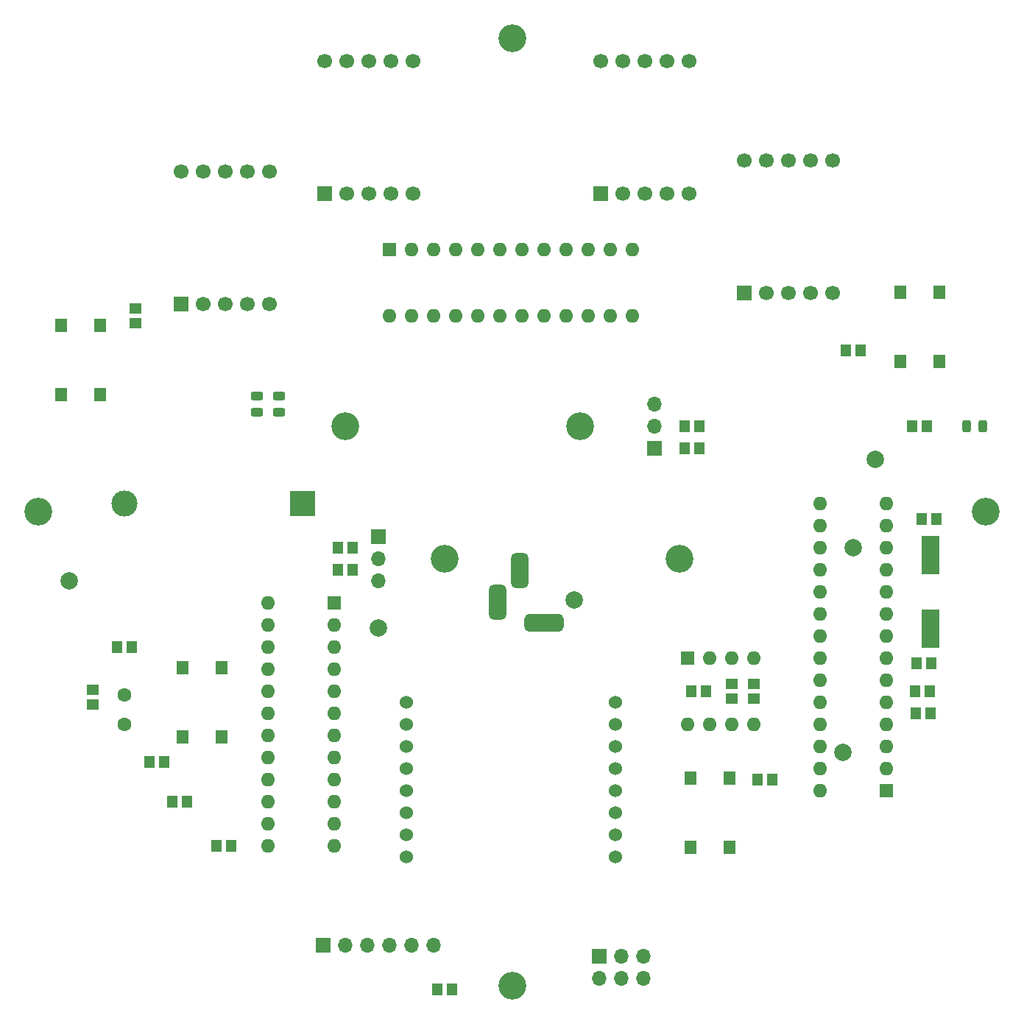
<source format=gbr>
%TF.GenerationSoftware,KiCad,Pcbnew,(6.0.5-0)*%
%TF.CreationDate,2022-07-19T01:27:06-07:00*%
%TF.ProjectId,clock_design,636c6f63-6b5f-4646-9573-69676e2e6b69,rev?*%
%TF.SameCoordinates,PX56c8cc0PY97a25c0*%
%TF.FileFunction,Soldermask,Top*%
%TF.FilePolarity,Negative*%
%FSLAX46Y46*%
G04 Gerber Fmt 4.6, Leading zero omitted, Abs format (unit mm)*
G04 Created by KiCad (PCBNEW (6.0.5-0)) date 2022-07-19 01:27:06*
%MOMM*%
%LPD*%
G01*
G04 APERTURE LIST*
G04 Aperture macros list*
%AMRoundRect*
0 Rectangle with rounded corners*
0 $1 Rounding radius*
0 $2 $3 $4 $5 $6 $7 $8 $9 X,Y pos of 4 corners*
0 Add a 4 corners polygon primitive as box body*
4,1,4,$2,$3,$4,$5,$6,$7,$8,$9,$2,$3,0*
0 Add four circle primitives for the rounded corners*
1,1,$1+$1,$2,$3*
1,1,$1+$1,$4,$5*
1,1,$1+$1,$6,$7*
1,1,$1+$1,$8,$9*
0 Add four rect primitives between the rounded corners*
20,1,$1+$1,$2,$3,$4,$5,0*
20,1,$1+$1,$4,$5,$6,$7,0*
20,1,$1+$1,$6,$7,$8,$9,0*
20,1,$1+$1,$8,$9,$2,$3,0*%
G04 Aperture macros list end*
%ADD10C,2.000000*%
%ADD11C,1.524000*%
%ADD12R,1.400000X1.600000*%
%ADD13R,1.700000X1.700000*%
%ADD14C,1.700000*%
%ADD15C,3.200000*%
%ADD16R,1.150000X1.400000*%
%ADD17R,1.400000X1.150000*%
%ADD18R,2.000000X4.500000*%
%ADD19RoundRect,0.243750X0.456250X-0.243750X0.456250X0.243750X-0.456250X0.243750X-0.456250X-0.243750X0*%
%ADD20RoundRect,0.243750X0.243750X0.456250X-0.243750X0.456250X-0.243750X-0.456250X0.243750X-0.456250X0*%
%ADD21O,1.700000X1.700000*%
%ADD22R,1.600000X1.600000*%
%ADD23O,1.600000X1.600000*%
%ADD24RoundRect,0.500000X-1.750000X-0.500000X1.750000X-0.500000X1.750000X0.500000X-1.750000X0.500000X0*%
%ADD25RoundRect,0.500000X0.500000X-1.500000X0.500000X1.500000X-0.500000X1.500000X-0.500000X-1.500000X0*%
%ADD26C,1.600000*%
%ADD27R,3.000000X3.000000*%
%ADD28C,3.000000*%
G04 APERTURE END LIST*
D10*
%TO.C,TP25*%
X97039527Y31346340D03*
%TD*%
%TO.C,TP24*%
X8060000Y51050000D03*
%TD*%
%TO.C,TP23*%
X43637154Y45628795D03*
%TD*%
%TO.C,TP22*%
X66113470Y48898535D03*
%TD*%
D11*
%TO.C,D3*%
X70860000Y19300000D03*
X70860000Y21840000D03*
X70860000Y24380000D03*
X70860000Y26920000D03*
X70860000Y29460000D03*
X70860000Y32000000D03*
X70860000Y34540000D03*
X70860000Y37080000D03*
X46860000Y37080000D03*
X46860000Y34540000D03*
X46860000Y32000000D03*
X46860000Y29460000D03*
X46860000Y26920000D03*
X46860000Y24380000D03*
X46860000Y21840000D03*
X46860000Y19300000D03*
%TD*%
D12*
%TO.C,SW2*%
X11580000Y80450000D03*
X11580000Y72450000D03*
X7080000Y80450000D03*
X7080000Y72450000D03*
%TD*%
D13*
%TO.C,U6*%
X20887000Y82927000D03*
D14*
X23427000Y82927000D03*
X25967000Y82927000D03*
X28507000Y82927000D03*
X31047000Y82927000D03*
X31047000Y98167000D03*
X28507000Y98167000D03*
X25967000Y98167000D03*
X23427000Y98167000D03*
X20887000Y98167000D03*
%TD*%
D15*
%TO.C,H4*%
X4500000Y59000000D03*
%TD*%
D13*
%TO.C,U8*%
X37397000Y95627000D03*
D14*
X39937000Y95627000D03*
X42477000Y95627000D03*
X45017000Y95627000D03*
X47557000Y95627000D03*
X47557000Y110867000D03*
X45017000Y110867000D03*
X42477000Y110867000D03*
X39937000Y110867000D03*
X37397000Y110867000D03*
%TD*%
D16*
%TO.C,C3*%
X105449246Y35810000D03*
X107149246Y35810000D03*
%TD*%
%TO.C,R21*%
X24990000Y20570000D03*
X26690000Y20570000D03*
%TD*%
D10*
%TO.C,TP2*%
X100770000Y65020000D03*
%TD*%
D17*
%TO.C,C12*%
X10723598Y36832927D03*
X10723598Y38532927D03*
%TD*%
D15*
%TO.C,H7*%
X66830000Y68830000D03*
%TD*%
D18*
%TO.C,Y1*%
X107120000Y54030000D03*
X107120000Y45530000D03*
%TD*%
D16*
%TO.C,C7*%
X107775970Y58186564D03*
X106075970Y58186564D03*
%TD*%
D19*
%TO.C,D1*%
X29650000Y70432500D03*
X29650000Y72307500D03*
%TD*%
D17*
%TO.C,R10*%
X84260000Y39200000D03*
X84260000Y37500000D03*
%TD*%
D16*
%TO.C,C6*%
X107188703Y41547341D03*
X105488703Y41547341D03*
%TD*%
%TO.C,R18*%
X19910000Y25650000D03*
X21610000Y25650000D03*
%TD*%
D15*
%TO.C,H5*%
X39830000Y68830000D03*
%TD*%
D16*
%TO.C,R5*%
X18945914Y30197969D03*
X17245914Y30197969D03*
%TD*%
D15*
%TO.C,H6*%
X51230000Y53590000D03*
%TD*%
D16*
%TO.C,C2*%
X105336468Y38350000D03*
X107036468Y38350000D03*
%TD*%
D12*
%TO.C,SW5*%
X79470000Y20380000D03*
X79470000Y28380000D03*
X83970000Y20380000D03*
X83970000Y28380000D03*
%TD*%
D16*
%TO.C,R13*%
X13560000Y43430000D03*
X15260000Y43430000D03*
%TD*%
D15*
%TO.C,H2*%
X113500000Y59000000D03*
%TD*%
D17*
%TO.C,R12*%
X15680000Y82380000D03*
X15680000Y80680000D03*
%TD*%
D20*
%TO.C,D4*%
X113137500Y68830000D03*
X111262500Y68830000D03*
%TD*%
D15*
%TO.C,H3*%
X59000000Y4500000D03*
%TD*%
D16*
%TO.C,R20*%
X99080000Y77594340D03*
X97380000Y77594340D03*
%TD*%
%TO.C,R15*%
X88920000Y28190000D03*
X87220000Y28190000D03*
%TD*%
D13*
%TO.C,J3*%
X75370000Y66305000D03*
D21*
X75370000Y68845000D03*
X75370000Y71385000D03*
%TD*%
D22*
%TO.C,U1*%
X102030000Y26930000D03*
D23*
X102030000Y29470000D03*
X102030000Y32010000D03*
X102030000Y34550000D03*
X102030000Y37090000D03*
X102030000Y39630000D03*
X102030000Y42170000D03*
X102030000Y44710000D03*
X102030000Y47250000D03*
X102030000Y49790000D03*
X102030000Y52330000D03*
X102030000Y54870000D03*
X102030000Y57410000D03*
X102030000Y59950000D03*
X94410000Y59950000D03*
X94410000Y57410000D03*
X94410000Y54870000D03*
X94410000Y52330000D03*
X94410000Y49790000D03*
X94410000Y47250000D03*
X94410000Y44710000D03*
X94410000Y42170000D03*
X94410000Y39630000D03*
X94410000Y37090000D03*
X94410000Y34550000D03*
X94410000Y32010000D03*
X94410000Y29470000D03*
X94410000Y26930000D03*
%TD*%
D16*
%TO.C,R17*%
X105000000Y68830000D03*
X106700000Y68830000D03*
%TD*%
D15*
%TO.C,H1*%
X59000000Y113500000D03*
%TD*%
D13*
%TO.C,U9*%
X85657000Y84197000D03*
D14*
X88197000Y84197000D03*
X90737000Y84197000D03*
X93277000Y84197000D03*
X95817000Y84197000D03*
X95817000Y99437000D03*
X93277000Y99437000D03*
X90737000Y99437000D03*
X88197000Y99437000D03*
X85657000Y99437000D03*
%TD*%
D16*
%TO.C,C19*%
X78792510Y68814778D03*
X80492510Y68814778D03*
%TD*%
D12*
%TO.C,SW3*%
X21050000Y33080000D03*
X21050000Y41080000D03*
X25550000Y33080000D03*
X25550000Y41080000D03*
%TD*%
D16*
%TO.C,C26*%
X40660000Y52320000D03*
X38960000Y52320000D03*
%TD*%
%TO.C,R11*%
X50390000Y4060000D03*
X52090000Y4060000D03*
%TD*%
D10*
%TO.C,TP1*%
X98230000Y54860000D03*
%TD*%
D19*
%TO.C,D2*%
X32190000Y70432500D03*
X32190000Y72307500D03*
%TD*%
D16*
%TO.C,C25*%
X78792510Y66274778D03*
X80492510Y66274778D03*
%TD*%
D13*
%TO.C,U7*%
X69147000Y95627000D03*
D14*
X71687000Y95627000D03*
X74227000Y95627000D03*
X76767000Y95627000D03*
X79307000Y95627000D03*
X79307000Y110867000D03*
X76767000Y110867000D03*
X74227000Y110867000D03*
X71687000Y110867000D03*
X69147000Y110867000D03*
%TD*%
D12*
%TO.C,SW4*%
X108100000Y84260000D03*
X108100000Y76260000D03*
X103600000Y84260000D03*
X103600000Y76260000D03*
%TD*%
D15*
%TO.C,H8*%
X78230000Y53590000D03*
%TD*%
D13*
%TO.C,J4*%
X43620000Y56115000D03*
D21*
X43620000Y53575000D03*
X43620000Y51035000D03*
%TD*%
D16*
%TO.C,C20*%
X40660000Y54860000D03*
X38960000Y54860000D03*
%TD*%
D17*
%TO.C,R9*%
X86800000Y39200000D03*
X86800000Y37500000D03*
%TD*%
D16*
%TO.C,R1*%
X81300000Y38350000D03*
X79600000Y38350000D03*
%TD*%
D22*
%TO.C,U5*%
X38530000Y48515000D03*
D23*
X38530000Y45975000D03*
X38530000Y43435000D03*
X38530000Y40895000D03*
X38530000Y38355000D03*
X38530000Y35815000D03*
X38530000Y33275000D03*
X38530000Y30735000D03*
X38530000Y28195000D03*
X38530000Y25655000D03*
X38530000Y23115000D03*
X38530000Y20575000D03*
X30910000Y20575000D03*
X30910000Y23115000D03*
X30910000Y25655000D03*
X30910000Y28195000D03*
X30910000Y30735000D03*
X30910000Y33275000D03*
X30910000Y35815000D03*
X30910000Y38355000D03*
X30910000Y40895000D03*
X30910000Y43435000D03*
X30910000Y45975000D03*
X30910000Y48515000D03*
%TD*%
D24*
%TO.C,J1*%
X62670000Y46280000D03*
D25*
X57370000Y48580000D03*
X59870000Y52280000D03*
%TD*%
D13*
%TO.C,J5*%
X69020000Y7870000D03*
D21*
X69020000Y5330000D03*
X71560000Y7870000D03*
X71560000Y5330000D03*
X74100000Y7870000D03*
X74100000Y5330000D03*
%TD*%
D26*
%TO.C,R6*%
X14410000Y37940000D03*
X14410000Y34540000D03*
%TD*%
D22*
%TO.C,U4*%
X44885000Y89140000D03*
D23*
X47425000Y89140000D03*
X49965000Y89140000D03*
X52505000Y89140000D03*
X55045000Y89140000D03*
X57585000Y89140000D03*
X60125000Y89140000D03*
X62665000Y89140000D03*
X65205000Y89140000D03*
X67745000Y89140000D03*
X70285000Y89140000D03*
X72825000Y89140000D03*
X72825000Y81520000D03*
X70285000Y81520000D03*
X67745000Y81520000D03*
X65205000Y81520000D03*
X62665000Y81520000D03*
X60125000Y81520000D03*
X57585000Y81520000D03*
X55045000Y81520000D03*
X52505000Y81520000D03*
X49965000Y81520000D03*
X47425000Y81520000D03*
X44885000Y81520000D03*
%TD*%
D22*
%TO.C,U3*%
X79180000Y42160000D03*
D23*
X81720000Y42160000D03*
X84260000Y42160000D03*
X86800000Y42160000D03*
X86800000Y34540000D03*
X84260000Y34540000D03*
X81720000Y34540000D03*
X79180000Y34540000D03*
%TD*%
D27*
%TO.C,BT1*%
X34913686Y59939983D03*
D28*
X14423686Y59939983D03*
%TD*%
D13*
%TO.C,J2*%
X37270000Y9140000D03*
D21*
X39810000Y9140000D03*
X42350000Y9140000D03*
X44890000Y9140000D03*
X47430000Y9140000D03*
X49970000Y9140000D03*
%TD*%
M02*

</source>
